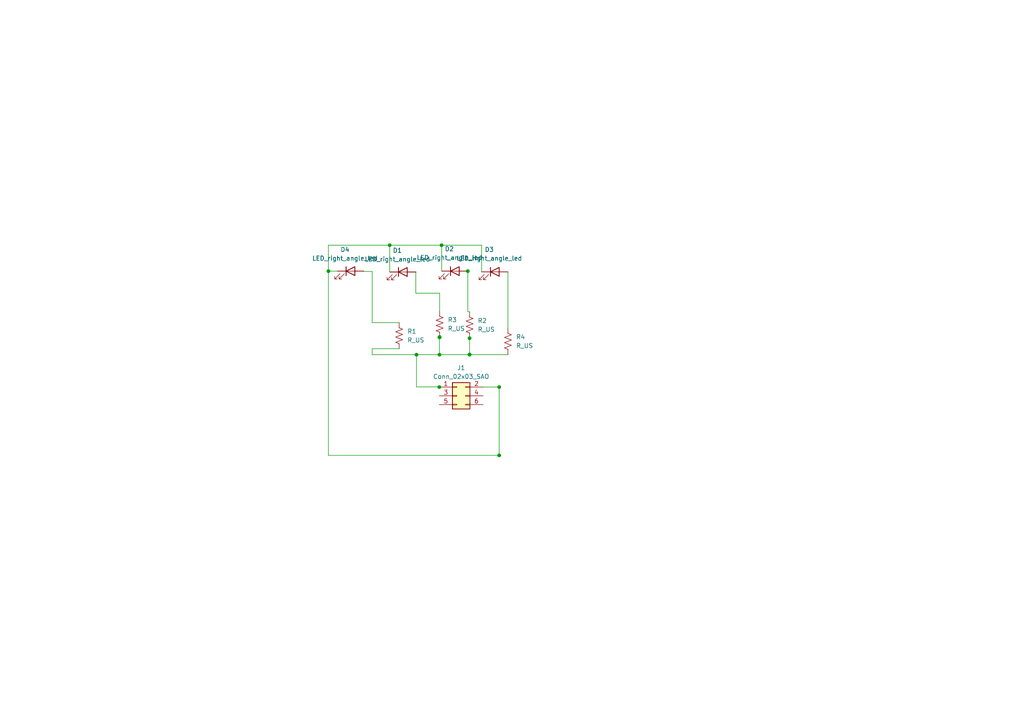
<source format=kicad_sch>
(kicad_sch (version 20230121) (generator eeschema)
  (paper "A4")
  (title_block (title "Caddy_SAO"))
  (lib_symbols
    (symbol "Connector_Generic:Conn_02x03_SAO" (pin_names (offset 1.016) hide)
      (property "Reference" "J" (at 1.27 5.08 0))
      (property "Value" "Conn_02x03_SAO" (at 1.27 -5.08 0))
      (symbol "Conn_02x03_SAO_1_1"
        (rectangle (start -1.27 -2.413) (end 0 -2.667) (stroke (width 0.1524)))
        (rectangle (start -1.27 0.127) (end 0 -0.127) (stroke (width 0.1524)))
        (rectangle (start -1.27 2.667) (end 0 2.413) (stroke (width 0.1524)))
        (rectangle (start -1.27 3.81) (end 3.81 -3.81) (stroke (width 0.254)) (fill (type background)))
        (rectangle (start 3.81 -2.413) (end 2.54 -2.667) (stroke (width 0.1524)))
        (rectangle (start 3.81 0.127) (end 2.54 -0.127) (stroke (width 0.1524)))
        (rectangle (start 3.81 2.667) (end 2.54 2.413) (stroke (width 0.1524)))
        (pin passive line (at -5.08 2.54 0) (length 3.81) (name "Pin_1") (number "1"))
        (pin passive line (at 7.62 2.54 180) (length 3.81) (name "Pin_2") (number "2"))
        (pin passive line (at -5.08 0 0) (length 3.81) (name "Pin_3") (number "3"))
        (pin passive line (at 7.62 0 180) (length 3.81) (name "Pin_4") (number "4"))
        (pin passive line (at -5.08 -2.54 0) (length 3.81) (name "Pin_5") (number "5"))
        (pin passive line (at 7.62 -2.54 180) (length 3.81) (name "Pin_6") (number "6"))
      )
    )
    (symbol "Device:LED_right_angle_led" (pin_numbers hide) (pin_names (offset 1.016) hide)
      (property "Reference" "D" (at 0 2.54 0))
      (property "Value" "LED_right_angle_led" (at 0 -3.81 0))
      (symbol "LED_right_angle_led_0_1"
        (polyline (pts (xy -1.27 -1.27) (xy -1.27 1.27)) (stroke (width 0.254)))
        (polyline (pts (xy -1.27 0) (xy 1.27 0)))
        (polyline (pts (xy 1.27 -1.27) (xy 1.27 1.27) (xy -1.27 0) (xy 1.27 -1.27)) (stroke (width 0.254)))
        (polyline (pts (xy -3.048 -0.762) (xy -4.572 -2.286) (xy -3.81 -2.286) (xy -4.572 -2.286) (xy -4.572 -1.524)))
        (polyline (pts (xy -1.778 -0.762) (xy -3.302 -2.286) (xy -2.54 -2.286) (xy -3.302 -2.286) (xy -3.302 -1.524)))
      )
      (symbol "LED_right_angle_led_1_1"
        (pin passive line (at -3.81 0 0) (length 2.54) (name "K") (number "1"))
        (pin passive line (at 3.81 0 180) (length 2.54) (name "A") (number "2"))
      )
    )
    (symbol "Device:R_US" (pin_numbers hide) (pin_names (offset 0))
      (property "Reference" "R" (at 2.54 0 90))
      (property "Value" "R_US" (at -2.54 0 90))
      (symbol "R_US_0_1"
        (polyline (pts (xy 0 -2.286) (xy 0 -2.54)))
        (polyline (pts (xy 0 2.286) (xy 0 2.54)))
        (polyline (pts (xy 0 -0.762) (xy 1.016 -1.143) (xy 0 -1.524) (xy -1.016 -1.905) (xy 0 -2.286)))
        (polyline (pts (xy 0 0.762) (xy 1.016 0.381) (xy 0 0) (xy -1.016 -0.381) (xy 0 -0.762)))
        (polyline (pts (xy 0 2.286) (xy 1.016 1.905) (xy 0 1.524) (xy -1.016 1.143) (xy 0 0.762)))
      )
      (symbol "R_US_1_1"
        (pin passive line (at 0 3.81 270) (length 1.27) (name "~") (number "1"))
        (pin passive line (at 0 -3.81 90) (length 1.27) (name "~") (number "2"))
      )
    )
  )
  (junction (at 127.508 97.8408))
  (junction (at 127.4572 97.8408))
  (junction (at 113.03 71.12))
  (junction (at 135.6868 78.6384))
  (junction (at 136.1948 98.0948))
  (junction (at 127.508 97.7392))
  (junction (at 120.8024 102.87))
  (junction (at 128.0668 71.12))
  (junction (at 127.4064 112.268))
  (junction (at 136.1948 102.8192))
  (junction (at 95.25 78.6384))
  (junction (at 144.78 112.268))
  (junction (at 144.78 132.08))
  (junction (at 136.1948 102.87))
  (junction (at 127.4572 102.87))
  (wire (pts (xy 136.1948 102.8192) (xy 136.1948 102.87)))
  (wire (pts (xy 115.7732 101.1428) (xy 115.7732 101.1936)))
  (wire (pts (xy 107.95 78.74) (xy 107.95 93.5736)))
  (wire (pts (xy 95.25 78.6384) (xy 97.8408 78.6384)))
  (wire (pts (xy 139.7 71.12) (xy 139.7 78.8416)))
  (wire (pts (xy 95.25 71.12) (xy 113.03 71.12)))
  (wire (pts (xy 120.5992 78.8924) (xy 120.65 78.8924)))
  (wire (pts (xy 128.0668 71.12) (xy 139.7 71.12)))
  (wire (pts (xy 136.1948 98.0948) (xy 136.1948 102.8192)))
  (wire (pts (xy 113.03 71.12) (xy 128.0668 71.12)))
  (wire (pts (xy 135.6868 90.424) (xy 136.1948 90.424)))
  (wire (pts (xy 115.7732 101.1428) (xy 107.95 101.1428)))
  (wire (pts (xy 144.78 112.268) (xy 144.78 132.08)))
  (wire (pts (xy 127.508 85.0392) (xy 120.5992 85.0392)))
  (wire (pts (xy 107.95 101.1428) (xy 107.95 102.87)))
  (wire (pts (xy 128.0668 71.0692) (xy 128.0668 71.12)))
  (wire (pts (xy 95.25 132.08) (xy 144.78 132.08)))
  (wire (pts (xy 136.1948 97.9932) (xy 136.1948 98.0948)))
  (wire (pts (xy 127.4572 97.79) (xy 127.4572 97.8408)))
  (wire (pts (xy 95.25 71.12) (xy 95.25 78.6384)))
  (wire (pts (xy 135.6868 78.6384) (xy 135.7376 78.6384)))
  (wire (pts (xy 144.78 132.08) (xy 144.78 132.1308)))
  (wire (pts (xy 128.1176 78.6384) (xy 128.1176 71.0692)))
  (wire (pts (xy 135.6868 78.5368) (xy 135.6868 78.6384)))
  (wire (pts (xy 127.4572 97.7392) (xy 127.508 97.7392)))
  (wire (pts (xy 120.8024 112.2172) (xy 127.4064 112.2172)))
  (wire (pts (xy 113.03 71.12) (xy 113.03 78.8924)))
  (wire (pts (xy 105.4608 78.74) (xy 105.4608 78.6384)))
  (wire (pts (xy 120.8024 102.87) (xy 127.4572 102.87)))
  (wire (pts (xy 120.5992 85.0392) (xy 120.5992 78.8924)))
  (wire (pts (xy 140.1064 112.268) (xy 144.78 112.268)))
  (wire (pts (xy 127.4064 112.2172) (xy 127.4064 112.268)))
  (wire (pts (xy 136.1948 102.87) (xy 147.32 102.87)))
  (wire (pts (xy 136.1948 102.8192) (xy 136.2964 102.8192)))
  (wire (pts (xy 144.78 112.2172) (xy 144.78 112.268)))
  (wire (pts (xy 107.95 102.87) (xy 120.8024 102.87)))
  (wire (pts (xy 115.7732 93.5736) (xy 107.95 93.5736)))
  (wire (pts (xy 136.2964 102.7684) (xy 136.2964 102.8192)))
  (wire (pts (xy 127.508 85.0392) (xy 127.508 90.2208)))
  (wire (pts (xy 107.95 78.74) (xy 105.4608 78.74)))
  (wire (pts (xy 127.508 97.7392) (xy 127.508 97.8408)))
  (wire (pts (xy 147.32 78.8416) (xy 147.32 95.1992)))
  (wire (pts (xy 120.8024 102.87) (xy 120.8024 112.2172)))
  (wire (pts (xy 127.508 97.6376) (xy 127.508 97.7392)))
  (wire (pts (xy 147.32 102.8192) (xy 147.32 102.87)))
  (wire (pts (xy 127.4572 97.8408) (xy 127.4572 102.87)))
  (wire (pts (xy 136.1948 90.424) (xy 136.1948 90.4748)))
  (wire (pts (xy 127.508 97.8408) (xy 127.4572 97.8408)))
  (wire (pts (xy 127.4572 102.87) (xy 136.1948 102.87)))
  (wire (pts (xy 128.1176 71.0692) (xy 128.0668 71.0692)))
  (wire (pts (xy 95.25 78.6384) (xy 95.25 132.08)))
  (wire (pts (xy 127.4064 112.268) (xy 127.5588 112.268)))
  (wire (pts (xy 135.6868 78.6384) (xy 135.6868 90.424)))
  (symbol (lib_id "Device:LED_right_angle_led") (at 116.84 78.8924 0) (unit 1)
    (property "Reference" "D1" (at 115.2525 72.644 0))
    (property "Value" "LED_right_angle_led" (at 115.2525 75.184 0))
    (property "Footprint" "LED_SMD:1206_right_angle_led" (effects hide))
  )
  (symbol (lib_id "Device:LED_right_angle_led") (at 101.6508 78.6384 0) (unit 1)
    (property "Reference" "D4" (at 100.0633 72.39 0))
    (property "Value" "LED_right_angle_led" (at 100.0633 74.93 0))
    (property "Footprint" "LED_SMD:1206_right_angle_led" (effects hide))
  )
  (symbol (lib_id "Device:R_US") (at 136.1948 94.2848 0) (unit 1)
    (property "Reference" "R2" (at 138.5316 93.0148 0) (effects (justify left)))
    (property "Value" "R_US" (at 138.5316 95.5548 0) (effects (justify left)))
    (property "Footprint" "Resistor_SMD:R_1206_3216Metric_Pad1.30x1.75mm_HandSolder" (effects hide))
  )
  (symbol (lib_id "Device:R_US") (at 127.508 94.0308 0) (unit 1)
    (property "Reference" "R3" (at 129.8448 92.7608 0) (effects (justify left)))
    (property "Value" "R_US" (at 129.8448 95.3008 0) (effects (justify left)))
    (property "Footprint" "Resistor_SMD:R_1206_3216Metric_Pad1.30x1.75mm_HandSolder" (effects hide))
  )
  (symbol (lib_id "Connector_Generic:Conn_02x03_SAO") (at 132.4864 114.808 0) (unit 1)
    (property "Reference" "J1" (at 133.7564 106.68 0))
    (property "Value" "Conn_02x03_SAO" (at 133.7564 109.22 0))
    (property "Footprint" "SAO:Simple_Addon_v2-SAO-2x3" (effects hide))
  )
  (symbol (lib_id "Device:LED_right_angle_led") (at 131.9276 78.6384 0) (unit 1)
    (property "Reference" "D2" (at 130.3401 72.1868 0))
    (property "Value" "LED_right_angle_led" (at 130.3401 74.7268 0))
    (property "Footprint" "LED_SMD:1206_right_angle_led" (effects hide))
  )
  (symbol (lib_id "Device:R_US") (at 147.32 99.0092 0) (unit 1)
    (property "Reference" "R4" (at 149.6568 97.7392 0) (effects (justify left)))
    (property "Value" "R_US" (at 149.6568 100.2792 0) (effects (justify left)))
    (property "Footprint" "Resistor_SMD:R_1206_3216Metric_Pad1.30x1.75mm_HandSolder" (effects hide))
  )
  (symbol (lib_id "Device:R_US") (at 115.7732 97.3836 0) (unit 1)
    (property "Reference" "R1" (at 118.11 96.1136 0) (effects (justify left)))
    (property "Value" "R_US" (at 118.11 98.6536 0) (effects (justify left)))
    (property "Footprint" "Resistor_SMD:R_1206_3216Metric_Pad1.30x1.75mm_HandSolder" (effects hide))
  )
  (symbol (lib_id "Device:LED_right_angle_led") (at 143.51 78.8416 0) (unit 1)
    (property "Reference" "D3" (at 141.9225 72.39 0))
    (property "Value" "LED_right_angle_led" (at 141.9225 74.93 0))
    (property "Footprint" "LED_SMD:1206_right_angle_led" (effects hide))
  )
)
</source>
